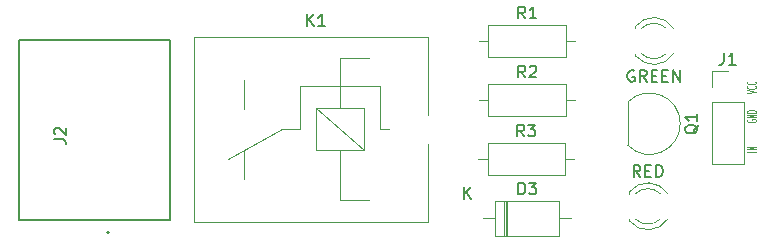
<source format=gbr>
%TF.GenerationSoftware,KiCad,Pcbnew,9.0.4*%
%TF.CreationDate,2025-10-31T12:34:43+05:30*%
%TF.ProjectId,5V_relay_module,35565f72-656c-4617-995f-6d6f64756c65,rev?*%
%TF.SameCoordinates,Original*%
%TF.FileFunction,Legend,Top*%
%TF.FilePolarity,Positive*%
%FSLAX46Y46*%
G04 Gerber Fmt 4.6, Leading zero omitted, Abs format (unit mm)*
G04 Created by KiCad (PCBNEW 9.0.4) date 2025-10-31 12:34:43*
%MOMM*%
%LPD*%
G01*
G04 APERTURE LIST*
%ADD10C,0.080010*%
%ADD11C,0.150000*%
%ADD12C,0.120000*%
%ADD13C,0.127000*%
%ADD14C,0.200000*%
G04 APERTURE END LIST*
D10*
X176122272Y-122157076D02*
X176083567Y-122193362D01*
X176083567Y-122193362D02*
X176083567Y-122247790D01*
X176083567Y-122247790D02*
X176122272Y-122302219D01*
X176122272Y-122302219D02*
X176199682Y-122338504D01*
X176199682Y-122338504D02*
X176277091Y-122356647D01*
X176277091Y-122356647D02*
X176431910Y-122374790D01*
X176431910Y-122374790D02*
X176548024Y-122374790D01*
X176548024Y-122374790D02*
X176702843Y-122356647D01*
X176702843Y-122356647D02*
X176780253Y-122338504D01*
X176780253Y-122338504D02*
X176857663Y-122302219D01*
X176857663Y-122302219D02*
X176896367Y-122247790D01*
X176896367Y-122247790D02*
X176896367Y-122211504D01*
X176896367Y-122211504D02*
X176857663Y-122157076D01*
X176857663Y-122157076D02*
X176818958Y-122138933D01*
X176818958Y-122138933D02*
X176548024Y-122138933D01*
X176548024Y-122138933D02*
X176548024Y-122211504D01*
X176896367Y-121975647D02*
X176083567Y-121975647D01*
X176083567Y-121975647D02*
X176896367Y-121757933D01*
X176896367Y-121757933D02*
X176083567Y-121757933D01*
X176896367Y-121576504D02*
X176083567Y-121576504D01*
X176083567Y-121576504D02*
X176083567Y-121485790D01*
X176083567Y-121485790D02*
X176122272Y-121431361D01*
X176122272Y-121431361D02*
X176199682Y-121395076D01*
X176199682Y-121395076D02*
X176277091Y-121376933D01*
X176277091Y-121376933D02*
X176431910Y-121358790D01*
X176431910Y-121358790D02*
X176548024Y-121358790D01*
X176548024Y-121358790D02*
X176702843Y-121376933D01*
X176702843Y-121376933D02*
X176780253Y-121395076D01*
X176780253Y-121395076D02*
X176857663Y-121431361D01*
X176857663Y-121431361D02*
X176896367Y-121485790D01*
X176896367Y-121485790D02*
X176896367Y-121576504D01*
X176896367Y-124856647D02*
X176083567Y-124856647D01*
X176896367Y-124675218D02*
X176083567Y-124675218D01*
X176083567Y-124675218D02*
X176896367Y-124457504D01*
X176896367Y-124457504D02*
X176083567Y-124457504D01*
X176083567Y-119911076D02*
X176896367Y-119784076D01*
X176896367Y-119784076D02*
X176083567Y-119657076D01*
X176818958Y-119312362D02*
X176857663Y-119330505D01*
X176857663Y-119330505D02*
X176896367Y-119384933D01*
X176896367Y-119384933D02*
X176896367Y-119421219D01*
X176896367Y-119421219D02*
X176857663Y-119475648D01*
X176857663Y-119475648D02*
X176780253Y-119511933D01*
X176780253Y-119511933D02*
X176702843Y-119530076D01*
X176702843Y-119530076D02*
X176548024Y-119548219D01*
X176548024Y-119548219D02*
X176431910Y-119548219D01*
X176431910Y-119548219D02*
X176277091Y-119530076D01*
X176277091Y-119530076D02*
X176199682Y-119511933D01*
X176199682Y-119511933D02*
X176122272Y-119475648D01*
X176122272Y-119475648D02*
X176083567Y-119421219D01*
X176083567Y-119421219D02*
X176083567Y-119384933D01*
X176083567Y-119384933D02*
X176122272Y-119330505D01*
X176122272Y-119330505D02*
X176160977Y-119312362D01*
X176818958Y-118931362D02*
X176857663Y-118949505D01*
X176857663Y-118949505D02*
X176896367Y-119003933D01*
X176896367Y-119003933D02*
X176896367Y-119040219D01*
X176896367Y-119040219D02*
X176857663Y-119094648D01*
X176857663Y-119094648D02*
X176780253Y-119130933D01*
X176780253Y-119130933D02*
X176702843Y-119149076D01*
X176702843Y-119149076D02*
X176548024Y-119167219D01*
X176548024Y-119167219D02*
X176431910Y-119167219D01*
X176431910Y-119167219D02*
X176277091Y-119149076D01*
X176277091Y-119149076D02*
X176199682Y-119130933D01*
X176199682Y-119130933D02*
X176122272Y-119094648D01*
X176122272Y-119094648D02*
X176083567Y-119040219D01*
X176083567Y-119040219D02*
X176083567Y-119003933D01*
X176083567Y-119003933D02*
X176122272Y-118949505D01*
X176122272Y-118949505D02*
X176160977Y-118931362D01*
D11*
X157253333Y-123584819D02*
X156920000Y-123108628D01*
X156681905Y-123584819D02*
X156681905Y-122584819D01*
X156681905Y-122584819D02*
X157062857Y-122584819D01*
X157062857Y-122584819D02*
X157158095Y-122632438D01*
X157158095Y-122632438D02*
X157205714Y-122680057D01*
X157205714Y-122680057D02*
X157253333Y-122775295D01*
X157253333Y-122775295D02*
X157253333Y-122918152D01*
X157253333Y-122918152D02*
X157205714Y-123013390D01*
X157205714Y-123013390D02*
X157158095Y-123061009D01*
X157158095Y-123061009D02*
X157062857Y-123108628D01*
X157062857Y-123108628D02*
X156681905Y-123108628D01*
X157586667Y-122584819D02*
X158205714Y-122584819D01*
X158205714Y-122584819D02*
X157872381Y-122965771D01*
X157872381Y-122965771D02*
X158015238Y-122965771D01*
X158015238Y-122965771D02*
X158110476Y-123013390D01*
X158110476Y-123013390D02*
X158158095Y-123061009D01*
X158158095Y-123061009D02*
X158205714Y-123156247D01*
X158205714Y-123156247D02*
X158205714Y-123394342D01*
X158205714Y-123394342D02*
X158158095Y-123489580D01*
X158158095Y-123489580D02*
X158110476Y-123537200D01*
X158110476Y-123537200D02*
X158015238Y-123584819D01*
X158015238Y-123584819D02*
X157729524Y-123584819D01*
X157729524Y-123584819D02*
X157634286Y-123537200D01*
X157634286Y-123537200D02*
X157586667Y-123489580D01*
X157333333Y-118584819D02*
X157000000Y-118108628D01*
X156761905Y-118584819D02*
X156761905Y-117584819D01*
X156761905Y-117584819D02*
X157142857Y-117584819D01*
X157142857Y-117584819D02*
X157238095Y-117632438D01*
X157238095Y-117632438D02*
X157285714Y-117680057D01*
X157285714Y-117680057D02*
X157333333Y-117775295D01*
X157333333Y-117775295D02*
X157333333Y-117918152D01*
X157333333Y-117918152D02*
X157285714Y-118013390D01*
X157285714Y-118013390D02*
X157238095Y-118061009D01*
X157238095Y-118061009D02*
X157142857Y-118108628D01*
X157142857Y-118108628D02*
X156761905Y-118108628D01*
X157714286Y-117680057D02*
X157761905Y-117632438D01*
X157761905Y-117632438D02*
X157857143Y-117584819D01*
X157857143Y-117584819D02*
X158095238Y-117584819D01*
X158095238Y-117584819D02*
X158190476Y-117632438D01*
X158190476Y-117632438D02*
X158238095Y-117680057D01*
X158238095Y-117680057D02*
X158285714Y-117775295D01*
X158285714Y-117775295D02*
X158285714Y-117870533D01*
X158285714Y-117870533D02*
X158238095Y-118013390D01*
X158238095Y-118013390D02*
X157666667Y-118584819D01*
X157666667Y-118584819D02*
X158285714Y-118584819D01*
X157333333Y-113584819D02*
X157000000Y-113108628D01*
X156761905Y-113584819D02*
X156761905Y-112584819D01*
X156761905Y-112584819D02*
X157142857Y-112584819D01*
X157142857Y-112584819D02*
X157238095Y-112632438D01*
X157238095Y-112632438D02*
X157285714Y-112680057D01*
X157285714Y-112680057D02*
X157333333Y-112775295D01*
X157333333Y-112775295D02*
X157333333Y-112918152D01*
X157333333Y-112918152D02*
X157285714Y-113013390D01*
X157285714Y-113013390D02*
X157238095Y-113061009D01*
X157238095Y-113061009D02*
X157142857Y-113108628D01*
X157142857Y-113108628D02*
X156761905Y-113108628D01*
X158285714Y-113584819D02*
X157714286Y-113584819D01*
X158000000Y-113584819D02*
X158000000Y-112584819D01*
X158000000Y-112584819D02*
X157904762Y-112727676D01*
X157904762Y-112727676D02*
X157809524Y-112822914D01*
X157809524Y-112822914D02*
X157714286Y-112870533D01*
X171980057Y-122595238D02*
X171932438Y-122690476D01*
X171932438Y-122690476D02*
X171837200Y-122785714D01*
X171837200Y-122785714D02*
X171694342Y-122928571D01*
X171694342Y-122928571D02*
X171646723Y-123023809D01*
X171646723Y-123023809D02*
X171646723Y-123119047D01*
X171884819Y-123071428D02*
X171837200Y-123166666D01*
X171837200Y-123166666D02*
X171741961Y-123261904D01*
X171741961Y-123261904D02*
X171551485Y-123309523D01*
X171551485Y-123309523D02*
X171218152Y-123309523D01*
X171218152Y-123309523D02*
X171027676Y-123261904D01*
X171027676Y-123261904D02*
X170932438Y-123166666D01*
X170932438Y-123166666D02*
X170884819Y-123071428D01*
X170884819Y-123071428D02*
X170884819Y-122880952D01*
X170884819Y-122880952D02*
X170932438Y-122785714D01*
X170932438Y-122785714D02*
X171027676Y-122690476D01*
X171027676Y-122690476D02*
X171218152Y-122642857D01*
X171218152Y-122642857D02*
X171551485Y-122642857D01*
X171551485Y-122642857D02*
X171741961Y-122690476D01*
X171741961Y-122690476D02*
X171837200Y-122785714D01*
X171837200Y-122785714D02*
X171884819Y-122880952D01*
X171884819Y-122880952D02*
X171884819Y-123071428D01*
X171884819Y-121690476D02*
X171884819Y-122261904D01*
X171884819Y-121976190D02*
X170884819Y-121976190D01*
X170884819Y-121976190D02*
X171027676Y-122071428D01*
X171027676Y-122071428D02*
X171122914Y-122166666D01*
X171122914Y-122166666D02*
X171170533Y-122261904D01*
X138861905Y-114254819D02*
X138861905Y-113254819D01*
X139433333Y-114254819D02*
X139004762Y-113683390D01*
X139433333Y-113254819D02*
X138861905Y-113826247D01*
X140385714Y-114254819D02*
X139814286Y-114254819D01*
X140100000Y-114254819D02*
X140100000Y-113254819D01*
X140100000Y-113254819D02*
X140004762Y-113397676D01*
X140004762Y-113397676D02*
X139909524Y-113492914D01*
X139909524Y-113492914D02*
X139814286Y-113540533D01*
X117454819Y-123833333D02*
X118169104Y-123833333D01*
X118169104Y-123833333D02*
X118311961Y-123880952D01*
X118311961Y-123880952D02*
X118407200Y-123976190D01*
X118407200Y-123976190D02*
X118454819Y-124119047D01*
X118454819Y-124119047D02*
X118454819Y-124214285D01*
X117550057Y-123404761D02*
X117502438Y-123357142D01*
X117502438Y-123357142D02*
X117454819Y-123261904D01*
X117454819Y-123261904D02*
X117454819Y-123023809D01*
X117454819Y-123023809D02*
X117502438Y-122928571D01*
X117502438Y-122928571D02*
X117550057Y-122880952D01*
X117550057Y-122880952D02*
X117645295Y-122833333D01*
X117645295Y-122833333D02*
X117740533Y-122833333D01*
X117740533Y-122833333D02*
X117883390Y-122880952D01*
X117883390Y-122880952D02*
X118454819Y-123452380D01*
X118454819Y-123452380D02*
X118454819Y-122833333D01*
X174166666Y-116494819D02*
X174166666Y-117209104D01*
X174166666Y-117209104D02*
X174119047Y-117351961D01*
X174119047Y-117351961D02*
X174023809Y-117447200D01*
X174023809Y-117447200D02*
X173880952Y-117494819D01*
X173880952Y-117494819D02*
X173785714Y-117494819D01*
X175166666Y-117494819D02*
X174595238Y-117494819D01*
X174880952Y-117494819D02*
X174880952Y-116494819D01*
X174880952Y-116494819D02*
X174785714Y-116637676D01*
X174785714Y-116637676D02*
X174690476Y-116732914D01*
X174690476Y-116732914D02*
X174595238Y-116780533D01*
X156761905Y-128484819D02*
X156761905Y-127484819D01*
X156761905Y-127484819D02*
X157000000Y-127484819D01*
X157000000Y-127484819D02*
X157142857Y-127532438D01*
X157142857Y-127532438D02*
X157238095Y-127627676D01*
X157238095Y-127627676D02*
X157285714Y-127722914D01*
X157285714Y-127722914D02*
X157333333Y-127913390D01*
X157333333Y-127913390D02*
X157333333Y-128056247D01*
X157333333Y-128056247D02*
X157285714Y-128246723D01*
X157285714Y-128246723D02*
X157238095Y-128341961D01*
X157238095Y-128341961D02*
X157142857Y-128437200D01*
X157142857Y-128437200D02*
X157000000Y-128484819D01*
X157000000Y-128484819D02*
X156761905Y-128484819D01*
X157666667Y-127484819D02*
X158285714Y-127484819D01*
X158285714Y-127484819D02*
X157952381Y-127865771D01*
X157952381Y-127865771D02*
X158095238Y-127865771D01*
X158095238Y-127865771D02*
X158190476Y-127913390D01*
X158190476Y-127913390D02*
X158238095Y-127961009D01*
X158238095Y-127961009D02*
X158285714Y-128056247D01*
X158285714Y-128056247D02*
X158285714Y-128294342D01*
X158285714Y-128294342D02*
X158238095Y-128389580D01*
X158238095Y-128389580D02*
X158190476Y-128437200D01*
X158190476Y-128437200D02*
X158095238Y-128484819D01*
X158095238Y-128484819D02*
X157809524Y-128484819D01*
X157809524Y-128484819D02*
X157714286Y-128437200D01*
X157714286Y-128437200D02*
X157666667Y-128389580D01*
X152158095Y-128854819D02*
X152158095Y-127854819D01*
X152729523Y-128854819D02*
X152300952Y-128283390D01*
X152729523Y-127854819D02*
X152158095Y-128426247D01*
X167087142Y-126994819D02*
X166753809Y-126518628D01*
X166515714Y-126994819D02*
X166515714Y-125994819D01*
X166515714Y-125994819D02*
X166896666Y-125994819D01*
X166896666Y-125994819D02*
X166991904Y-126042438D01*
X166991904Y-126042438D02*
X167039523Y-126090057D01*
X167039523Y-126090057D02*
X167087142Y-126185295D01*
X167087142Y-126185295D02*
X167087142Y-126328152D01*
X167087142Y-126328152D02*
X167039523Y-126423390D01*
X167039523Y-126423390D02*
X166991904Y-126471009D01*
X166991904Y-126471009D02*
X166896666Y-126518628D01*
X166896666Y-126518628D02*
X166515714Y-126518628D01*
X167515714Y-126471009D02*
X167849047Y-126471009D01*
X167991904Y-126994819D02*
X167515714Y-126994819D01*
X167515714Y-126994819D02*
X167515714Y-125994819D01*
X167515714Y-125994819D02*
X167991904Y-125994819D01*
X168420476Y-126994819D02*
X168420476Y-125994819D01*
X168420476Y-125994819D02*
X168658571Y-125994819D01*
X168658571Y-125994819D02*
X168801428Y-126042438D01*
X168801428Y-126042438D02*
X168896666Y-126137676D01*
X168896666Y-126137676D02*
X168944285Y-126232914D01*
X168944285Y-126232914D02*
X168991904Y-126423390D01*
X168991904Y-126423390D02*
X168991904Y-126566247D01*
X168991904Y-126566247D02*
X168944285Y-126756723D01*
X168944285Y-126756723D02*
X168896666Y-126851961D01*
X168896666Y-126851961D02*
X168801428Y-126947200D01*
X168801428Y-126947200D02*
X168658571Y-126994819D01*
X168658571Y-126994819D02*
X168420476Y-126994819D01*
X166563333Y-118002438D02*
X166468095Y-117954819D01*
X166468095Y-117954819D02*
X166325238Y-117954819D01*
X166325238Y-117954819D02*
X166182381Y-118002438D01*
X166182381Y-118002438D02*
X166087143Y-118097676D01*
X166087143Y-118097676D02*
X166039524Y-118192914D01*
X166039524Y-118192914D02*
X165991905Y-118383390D01*
X165991905Y-118383390D02*
X165991905Y-118526247D01*
X165991905Y-118526247D02*
X166039524Y-118716723D01*
X166039524Y-118716723D02*
X166087143Y-118811961D01*
X166087143Y-118811961D02*
X166182381Y-118907200D01*
X166182381Y-118907200D02*
X166325238Y-118954819D01*
X166325238Y-118954819D02*
X166420476Y-118954819D01*
X166420476Y-118954819D02*
X166563333Y-118907200D01*
X166563333Y-118907200D02*
X166610952Y-118859580D01*
X166610952Y-118859580D02*
X166610952Y-118526247D01*
X166610952Y-118526247D02*
X166420476Y-118526247D01*
X167610952Y-118954819D02*
X167277619Y-118478628D01*
X167039524Y-118954819D02*
X167039524Y-117954819D01*
X167039524Y-117954819D02*
X167420476Y-117954819D01*
X167420476Y-117954819D02*
X167515714Y-118002438D01*
X167515714Y-118002438D02*
X167563333Y-118050057D01*
X167563333Y-118050057D02*
X167610952Y-118145295D01*
X167610952Y-118145295D02*
X167610952Y-118288152D01*
X167610952Y-118288152D02*
X167563333Y-118383390D01*
X167563333Y-118383390D02*
X167515714Y-118431009D01*
X167515714Y-118431009D02*
X167420476Y-118478628D01*
X167420476Y-118478628D02*
X167039524Y-118478628D01*
X168039524Y-118431009D02*
X168372857Y-118431009D01*
X168515714Y-118954819D02*
X168039524Y-118954819D01*
X168039524Y-118954819D02*
X168039524Y-117954819D01*
X168039524Y-117954819D02*
X168515714Y-117954819D01*
X168944286Y-118431009D02*
X169277619Y-118431009D01*
X169420476Y-118954819D02*
X168944286Y-118954819D01*
X168944286Y-118954819D02*
X168944286Y-117954819D01*
X168944286Y-117954819D02*
X169420476Y-117954819D01*
X169849048Y-118954819D02*
X169849048Y-117954819D01*
X169849048Y-117954819D02*
X170420476Y-118954819D01*
X170420476Y-118954819D02*
X170420476Y-117954819D01*
D12*
%TO.C,R3*%
X153380000Y-125500000D02*
X154150000Y-125500000D01*
X161460000Y-125500000D02*
X160690000Y-125500000D01*
X154150000Y-124130000D02*
X160690000Y-124130000D01*
X160690000Y-126870000D01*
X154150000Y-126870000D01*
X154150000Y-124130000D01*
%TO.C,R2*%
X153460000Y-120500000D02*
X154230000Y-120500000D01*
X161540000Y-120500000D02*
X160770000Y-120500000D01*
X154230000Y-119130000D02*
X160770000Y-119130000D01*
X160770000Y-121870000D01*
X154230000Y-121870000D01*
X154230000Y-119130000D01*
%TO.C,R1*%
X153460000Y-115500000D02*
X154230000Y-115500000D01*
X161540000Y-115500000D02*
X160770000Y-115500000D01*
X154230000Y-114130000D02*
X160770000Y-114130000D01*
X160770000Y-116870000D01*
X154230000Y-116870000D01*
X154230000Y-114130000D01*
%TO.C,Q1*%
X166020000Y-120700000D02*
X166020000Y-124300000D01*
X166031522Y-120661522D02*
G75*
G02*
X170470001Y-122500000I1838478J-1838478D01*
G01*
X170470000Y-122500000D02*
G75*
G02*
X166031522Y-124338478I-2600000J0D01*
G01*
%TO.C,K1*%
X149100000Y-130800000D02*
X149100000Y-124200000D01*
X149100000Y-130800000D02*
X129300000Y-130800000D01*
X149100000Y-121800000D02*
X149100000Y-115200000D01*
X145050000Y-122950000D02*
X145850000Y-122950000D01*
X145050000Y-122950000D02*
X145050000Y-119350000D01*
X144150000Y-116950000D02*
X141650000Y-116950000D01*
X143650000Y-124750000D02*
X139650000Y-124750000D01*
X143650000Y-121150000D02*
X143650000Y-124750000D01*
X141650000Y-128950000D02*
X144150000Y-128950000D01*
X141650000Y-128950000D02*
X141650000Y-124750000D01*
X141650000Y-121150000D02*
X141650000Y-116950000D01*
X139650000Y-124750000D02*
X139650000Y-121150000D01*
X139650000Y-121150000D02*
X143650000Y-124750000D01*
X139650000Y-121150000D02*
X143650000Y-121150000D01*
X138250000Y-122950000D02*
X138250000Y-119350000D01*
X138250000Y-122950000D02*
X136750000Y-122950000D01*
X138250000Y-119350000D02*
X145050000Y-119350000D01*
X136750000Y-122950000D02*
X132150000Y-125450000D01*
X133550000Y-127200000D02*
X133550000Y-124700000D01*
X133550000Y-118800000D02*
X133550000Y-121250000D01*
X129300000Y-130800000D02*
X129300000Y-115200000D01*
X129300000Y-115200000D02*
X149100000Y-115200000D01*
D13*
%TO.C,J2*%
X127300000Y-130620000D02*
X127300000Y-115380000D01*
X127300000Y-115380000D02*
X114500000Y-115380000D01*
X114500000Y-115380000D02*
X114500000Y-130620000D01*
X114500000Y-130620000D02*
X127300000Y-130620000D01*
D14*
X122100000Y-131720000D02*
G75*
G02*
X121900000Y-131720000I-100000J0D01*
G01*
X121900000Y-131720000D02*
G75*
G02*
X122100000Y-131720000I100000J0D01*
G01*
D12*
%TO.C,J1*%
X173120000Y-118040000D02*
X174500000Y-118040000D01*
X173120000Y-119420000D02*
X173120000Y-118040000D01*
X173120000Y-120690000D02*
X173120000Y-125880000D01*
X173120000Y-120690000D02*
X175880000Y-120690000D01*
X173120000Y-125880000D02*
X175880000Y-125880000D01*
X175880000Y-120690000D02*
X175880000Y-125880000D01*
%TO.C,D3*%
X153760000Y-130500000D02*
X154780000Y-130500000D01*
X155560000Y-129030000D02*
X155560000Y-131970000D01*
X155680000Y-129030000D02*
X155680000Y-131970000D01*
X155800000Y-129030000D02*
X155800000Y-131970000D01*
X161240000Y-130500000D02*
X160220000Y-130500000D01*
X154780000Y-129030000D02*
X160220000Y-129030000D01*
X160220000Y-131970000D01*
X154780000Y-131970000D01*
X154780000Y-129030000D01*
%TO.C,RED*%
X166170000Y-128264000D02*
X166170000Y-128420000D01*
X166170000Y-130580000D02*
X166170000Y-130736000D01*
X166170000Y-128264484D02*
G75*
G02*
X169401437Y-128420000I1560000J-1235516D01*
G01*
X166689039Y-128420000D02*
G75*
G02*
X168770961Y-128420000I1040961J-1080000D01*
G01*
X168770961Y-130580000D02*
G75*
G02*
X166689039Y-130580000I-1040961J1080000D01*
G01*
X169401437Y-130580000D02*
G75*
G02*
X166170000Y-130735516I-1671437J1080000D01*
G01*
%TO.C,GREEN*%
X166670000Y-114264000D02*
X166670000Y-114420000D01*
X166670000Y-116580000D02*
X166670000Y-116736000D01*
X166670000Y-114264484D02*
G75*
G02*
X169901437Y-114420000I1560000J-1235516D01*
G01*
X167189039Y-114420000D02*
G75*
G02*
X169270961Y-114420000I1040961J-1080000D01*
G01*
X169270961Y-116580000D02*
G75*
G02*
X167189039Y-116580000I-1040961J1080000D01*
G01*
X169901437Y-116580000D02*
G75*
G02*
X166670000Y-116735516I-1671437J1080000D01*
G01*
%TD*%
M02*

</source>
